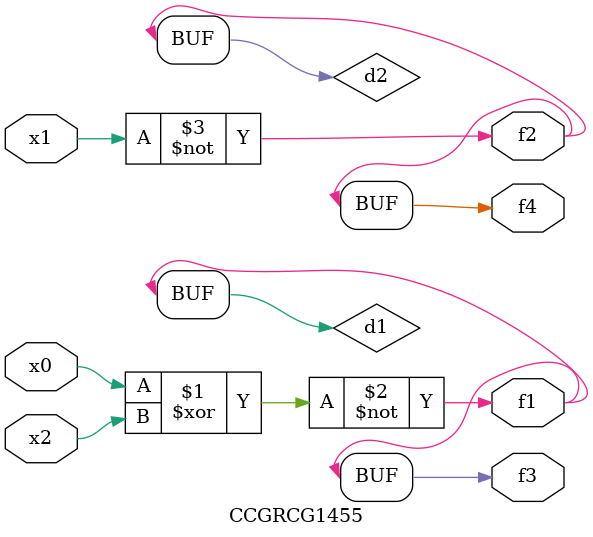
<source format=v>
module CCGRCG1455(
	input x0, x1, x2,
	output f1, f2, f3, f4
);

	wire d1, d2, d3;

	xnor (d1, x0, x2);
	nand (d2, x1);
	nor (d3, x1, x2);
	assign f1 = d1;
	assign f2 = d2;
	assign f3 = d1;
	assign f4 = d2;
endmodule

</source>
